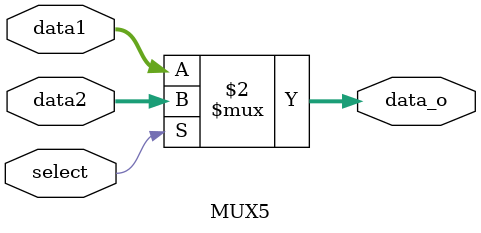
<source format=v>
`timescale 1ns/1ns
module MUX5(data1, data2, select, data_o);
input  [4:0] data1;
input  [4:0] data2;
input        select;
output [4:0] data_o;
assign data_o = (select == 0)?data1:data2;

endmodule
</source>
